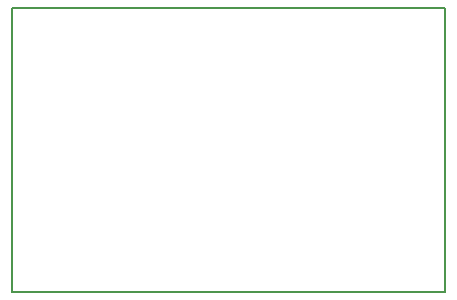
<source format=gbr>
G04 #@! TF.FileFunction,Profile,NP*
%FSLAX46Y46*%
G04 Gerber Fmt 4.6, Leading zero omitted, Abs format (unit mm)*
G04 Created by KiCad (PCBNEW 4.0.7) date 11/26/17 14:21:04*
%MOMM*%
%LPD*%
G01*
G04 APERTURE LIST*
%ADD10C,0.100000*%
%ADD11C,0.150000*%
G04 APERTURE END LIST*
D10*
D11*
X177419000Y-88455500D02*
X177419000Y-88519000D01*
X214122000Y-88455500D02*
X177419000Y-88455500D01*
X214122000Y-112522000D02*
X214122000Y-88455500D01*
X177419000Y-112522000D02*
X214122000Y-112522000D01*
X177419000Y-88519000D02*
X177419000Y-112522000D01*
M02*

</source>
